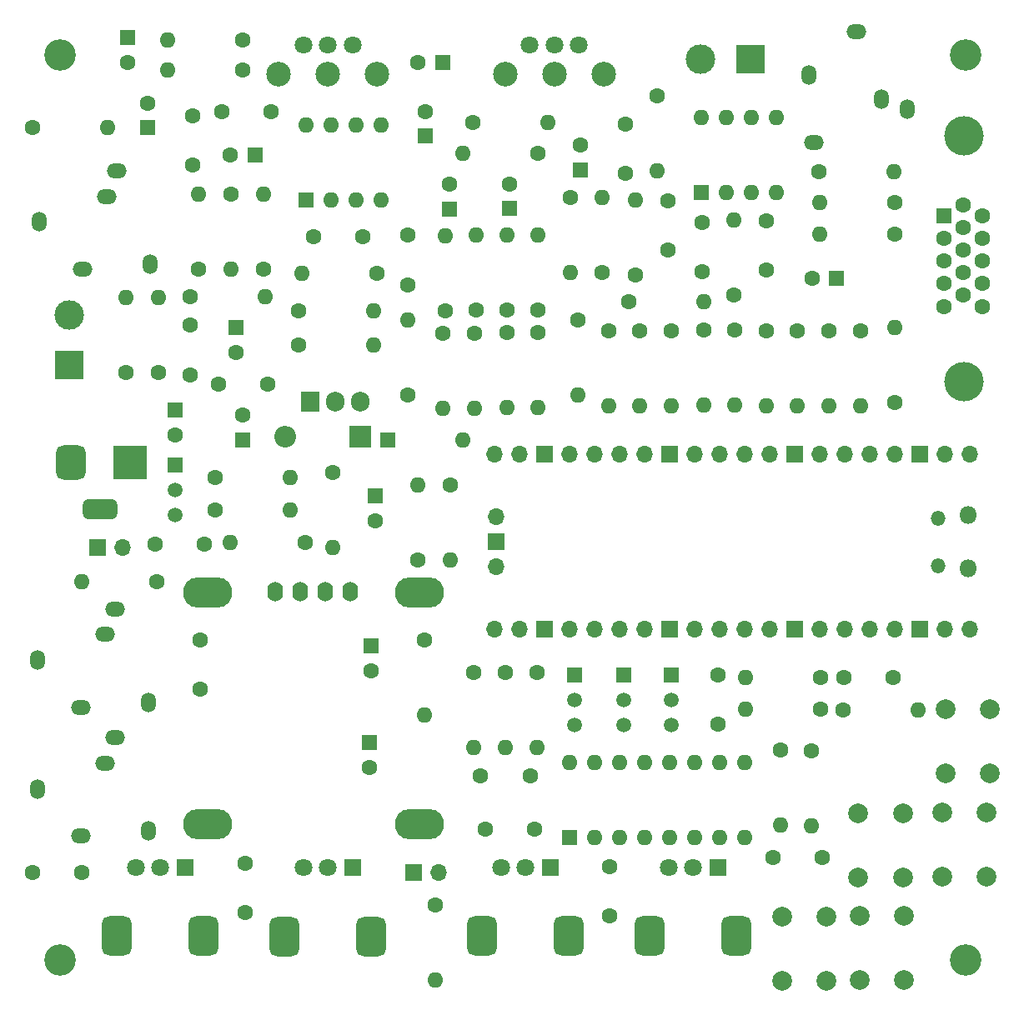
<source format=gbr>
%TF.GenerationSoftware,KiCad,Pcbnew,(6.0.11)*%
%TF.CreationDate,2024-02-24T13:07:20-06:00*%
%TF.ProjectId,GuitarPico,47756974-6172-4506-9963-6f2e6b696361,rev?*%
%TF.SameCoordinates,Original*%
%TF.FileFunction,Soldermask,Bot*%
%TF.FilePolarity,Negative*%
%FSLAX46Y46*%
G04 Gerber Fmt 4.6, Leading zero omitted, Abs format (unit mm)*
G04 Created by KiCad (PCBNEW (6.0.11)) date 2024-02-24 13:07:20*
%MOMM*%
%LPD*%
G01*
G04 APERTURE LIST*
G04 Aperture macros list*
%AMRoundRect*
0 Rectangle with rounded corners*
0 $1 Rounding radius*
0 $2 $3 $4 $5 $6 $7 $8 $9 X,Y pos of 4 corners*
0 Add a 4 corners polygon primitive as box body*
4,1,4,$2,$3,$4,$5,$6,$7,$8,$9,$2,$3,0*
0 Add four circle primitives for the rounded corners*
1,1,$1+$1,$2,$3*
1,1,$1+$1,$4,$5*
1,1,$1+$1,$6,$7*
1,1,$1+$1,$8,$9*
0 Add four rect primitives between the rounded corners*
20,1,$1+$1,$2,$3,$4,$5,0*
20,1,$1+$1,$4,$5,$6,$7,0*
20,1,$1+$1,$6,$7,$8,$9,0*
20,1,$1+$1,$8,$9,$2,$3,0*%
G04 Aperture macros list end*
%ADD10C,1.600000*%
%ADD11R,1.600000X1.600000*%
%ADD12R,1.500000X1.500000*%
%ADD13C,1.500000*%
%ADD14O,1.500000X2.000000*%
%ADD15O,2.000000X1.500000*%
%ADD16O,1.600000X1.600000*%
%ADD17R,2.200000X2.200000*%
%ADD18O,2.200000X2.200000*%
%ADD19R,1.905000X2.000000*%
%ADD20O,1.905000X2.000000*%
%ADD21R,1.700000X1.700000*%
%ADD22O,1.700000X1.700000*%
%ADD23C,3.200000*%
%ADD24R,3.500000X3.500000*%
%ADD25RoundRect,0.750000X-0.750000X-1.000000X0.750000X-1.000000X0.750000X1.000000X-0.750000X1.000000X0*%
%ADD26RoundRect,0.500000X-1.250000X-0.500000X1.250000X-0.500000X1.250000X0.500000X-1.250000X0.500000X0*%
%ADD27R,1.800000X1.800000*%
%ADD28C,1.800000*%
%ADD29RoundRect,0.750000X-0.750000X1.250000X-0.750000X-1.250000X0.750000X-1.250000X0.750000X1.250000X0*%
%ADD30R,3.000000X3.000000*%
%ADD31C,3.000000*%
%ADD32C,2.500000*%
%ADD33O,1.800000X1.800000*%
%ADD34O,1.500000X1.500000*%
%ADD35C,2.000000*%
%ADD36O,5.000000X3.100000*%
%ADD37O,1.600000X2.000000*%
%ADD38C,4.000000*%
G04 APERTURE END LIST*
D10*
%TO.C,C22*%
X132588000Y-127254000D03*
X127588000Y-127254000D03*
%TD*%
D11*
%TO.C,C15*%
X100844000Y-75689113D03*
D10*
X100844000Y-73189113D03*
%TD*%
D12*
%TO.C,Q3*%
X110140000Y-127000000D03*
D13*
X110140000Y-129540000D03*
X110140000Y-132080000D03*
%TD*%
D14*
%TO.C,J8*%
X45720000Y-138590000D03*
D15*
X53620000Y-133390000D03*
X52620000Y-135990000D03*
X50120000Y-143390000D03*
D14*
X57020000Y-142890000D03*
%TD*%
D10*
%TO.C,R46*%
X110070000Y-92020000D03*
D16*
X110070000Y-99640000D03*
%TD*%
D10*
%TO.C,R9*%
X80250000Y-86250000D03*
D16*
X72630000Y-86250000D03*
%TD*%
D17*
%TO.C,D1*%
X78492000Y-102820000D03*
D18*
X70872000Y-102820000D03*
%TD*%
D10*
%TO.C,R56*%
X103720000Y-92030000D03*
D16*
X103720000Y-99650000D03*
%TD*%
D10*
%TO.C,R19*%
X125070000Y-75870000D03*
D16*
X132690000Y-75870000D03*
%TD*%
D19*
%TO.C,U4*%
X73420000Y-99290000D03*
D20*
X75960000Y-99290000D03*
X78500000Y-99290000D03*
%TD*%
D15*
%TO.C,J3*%
X128860000Y-61640000D03*
D14*
X134060000Y-69540000D03*
X131460000Y-68540000D03*
X124060000Y-66040000D03*
D15*
X124560000Y-72940000D03*
%TD*%
D21*
%TO.C,JP2*%
X51822000Y-114110000D03*
D22*
X54362000Y-114110000D03*
%TD*%
D11*
%TO.C,C11*%
X93710000Y-79640000D03*
D10*
X93710000Y-77140000D03*
%TD*%
%TO.C,R21*%
X105760000Y-89090000D03*
D16*
X113380000Y-89090000D03*
%TD*%
D23*
%TO.C,H2*%
X48000000Y-156000000D03*
%TD*%
D11*
%TO.C,C4*%
X67824000Y-74230000D03*
D10*
X65324000Y-74230000D03*
%TD*%
%TO.C,R23*%
X127550000Y-130570000D03*
D16*
X135170000Y-130570000D03*
%TD*%
D14*
%TO.C,J9*%
X45750000Y-125500000D03*
D15*
X53650000Y-120300000D03*
X52650000Y-122900000D03*
X50150000Y-130300000D03*
D14*
X57050000Y-129800000D03*
%TD*%
D10*
%TO.C,R10*%
X72250000Y-90000000D03*
D16*
X79870000Y-90000000D03*
%TD*%
D11*
%TO.C,C10*%
X87540000Y-79690000D03*
D10*
X87540000Y-77190000D03*
%TD*%
D21*
%TO.C,JP1*%
X83935000Y-147128000D03*
D22*
X86475000Y-147128000D03*
%TD*%
D11*
%TO.C,U6*%
X99800000Y-143540000D03*
D16*
X102340000Y-143540000D03*
X104880000Y-143540000D03*
X107420000Y-143540000D03*
X109960000Y-143540000D03*
X112500000Y-143540000D03*
X115040000Y-143540000D03*
X117580000Y-143540000D03*
X117580000Y-135920000D03*
X115040000Y-135920000D03*
X112500000Y-135920000D03*
X109960000Y-135920000D03*
X107420000Y-135920000D03*
X104880000Y-135920000D03*
X102340000Y-135920000D03*
X99800000Y-135920000D03*
%TD*%
D10*
%TO.C,C24*%
X62290000Y-128460000D03*
X62290000Y-123460000D03*
%TD*%
%TO.C,R28*%
X96590000Y-89940000D03*
D16*
X96590000Y-82320000D03*
%TD*%
D10*
%TO.C,R2*%
X68700000Y-85820000D03*
D16*
X68700000Y-78200000D03*
%TD*%
D12*
%TO.C,Q2*%
X105250000Y-127000000D03*
D13*
X105250000Y-129540000D03*
X105250000Y-132080000D03*
%TD*%
D10*
%TO.C,R14*%
X103070000Y-86160000D03*
D16*
X103070000Y-78540000D03*
%TD*%
D10*
%TO.C,R47*%
X86100000Y-150390000D03*
D16*
X86100000Y-158010000D03*
%TD*%
D10*
%TO.C,C12*%
X113210000Y-81070000D03*
X113210000Y-86070000D03*
%TD*%
%TO.C,R16*%
X89980000Y-70880000D03*
D16*
X97600000Y-70880000D03*
%TD*%
D10*
%TO.C,C26*%
X125450000Y-145570000D03*
X120450000Y-145570000D03*
%TD*%
D24*
%TO.C,J5*%
X55124000Y-105472000D03*
D25*
X49124000Y-105472000D03*
D26*
X52124000Y-110172000D03*
%TD*%
D10*
%TO.C,R36*%
X84334000Y-115378000D03*
D16*
X84334000Y-107758000D03*
%TD*%
D10*
%TO.C,C1*%
X61250000Y-91500000D03*
X61250000Y-96500000D03*
%TD*%
%TO.C,C8*%
X83318000Y-82358000D03*
X83318000Y-87358000D03*
%TD*%
%TO.C,C29*%
X91240000Y-142680000D03*
X96240000Y-142680000D03*
%TD*%
D27*
%TO.C,RV6*%
X97790000Y-146558000D03*
D28*
X95290000Y-146558000D03*
X92790000Y-146558000D03*
D29*
X90890000Y-153558000D03*
X99690000Y-153558000D03*
%TD*%
D10*
%TO.C,R52*%
X116560000Y-92010000D03*
D16*
X116560000Y-99630000D03*
%TD*%
D11*
%TO.C,C7*%
X85120000Y-72275112D03*
D10*
X85120000Y-69775112D03*
%TD*%
%TO.C,R11*%
X72250000Y-93500000D03*
D16*
X79870000Y-93500000D03*
%TD*%
D10*
%TO.C,C14*%
X105440000Y-71030000D03*
X105440000Y-76030000D03*
%TD*%
D11*
%TO.C,C34*%
X80016000Y-108838887D03*
D10*
X80016000Y-111338887D03*
%TD*%
%TO.C,R22*%
X132750000Y-82210000D03*
D16*
X125130000Y-82210000D03*
%TD*%
D23*
%TO.C,H3*%
X140000000Y-64000000D03*
%TD*%
D30*
%TO.C,J1*%
X49000000Y-95540000D03*
D31*
X49000000Y-90460000D03*
%TD*%
D10*
%TO.C,C23*%
X114808000Y-127000000D03*
X114808000Y-132000000D03*
%TD*%
D11*
%TO.C,C2*%
X65910000Y-91740000D03*
D10*
X65910000Y-94240000D03*
%TD*%
%TO.C,R60*%
X45218000Y-71436000D03*
D16*
X52838000Y-71436000D03*
%TD*%
D10*
%TO.C,R25*%
X72904000Y-113600000D03*
D16*
X65284000Y-113600000D03*
%TD*%
D10*
%TO.C,C18*%
X119710000Y-80890000D03*
X119710000Y-85890000D03*
%TD*%
%TO.C,R39*%
X124340000Y-134690000D03*
D16*
X124340000Y-142310000D03*
%TD*%
D10*
%TO.C,R55*%
X132760000Y-99330000D03*
D16*
X132760000Y-91710000D03*
%TD*%
D10*
%TO.C,C13*%
X109770000Y-78830000D03*
X109770000Y-83830000D03*
%TD*%
%TO.C,C30*%
X103820000Y-146460000D03*
X103820000Y-151460000D03*
%TD*%
D32*
%TO.C,RV1*%
X70250000Y-66000000D03*
D28*
X72750000Y-63000000D03*
D32*
X75250000Y-66000000D03*
D28*
X75250000Y-63000000D03*
D32*
X80250000Y-66000000D03*
D28*
X77750000Y-63000000D03*
%TD*%
D10*
%TO.C,R12*%
X61250000Y-88610000D03*
D16*
X68870000Y-88610000D03*
%TD*%
D10*
%TO.C,R18*%
X116440000Y-88400000D03*
D16*
X116440000Y-80780000D03*
%TD*%
D10*
%TO.C,R40*%
X93250000Y-126750000D03*
D16*
X93250000Y-134370000D03*
%TD*%
D33*
%TO.C,U3*%
X140250000Y-116225000D03*
X140250000Y-110775000D03*
D34*
X137220000Y-111075000D03*
X137220000Y-115925000D03*
D22*
X140380000Y-104610000D03*
X137840000Y-104610000D03*
D21*
X135300000Y-104610000D03*
D22*
X132760000Y-104610000D03*
X130220000Y-104610000D03*
X127680000Y-104610000D03*
X125140000Y-104610000D03*
D21*
X122600000Y-104610000D03*
D22*
X120060000Y-104610000D03*
X117520000Y-104610000D03*
X114980000Y-104610000D03*
X112440000Y-104610000D03*
D21*
X109900000Y-104610000D03*
D22*
X107360000Y-104610000D03*
X104820000Y-104610000D03*
X102280000Y-104610000D03*
X99740000Y-104610000D03*
D21*
X97200000Y-104610000D03*
D22*
X94660000Y-104610000D03*
X92120000Y-104610000D03*
X92120000Y-122390000D03*
X94660000Y-122390000D03*
D21*
X97200000Y-122390000D03*
D22*
X99740000Y-122390000D03*
X102280000Y-122390000D03*
X104820000Y-122390000D03*
X107360000Y-122390000D03*
D21*
X109900000Y-122390000D03*
D22*
X112440000Y-122390000D03*
X114980000Y-122390000D03*
X117520000Y-122390000D03*
X120060000Y-122390000D03*
D21*
X122600000Y-122390000D03*
D22*
X125140000Y-122390000D03*
X127680000Y-122390000D03*
X130220000Y-122390000D03*
X132760000Y-122390000D03*
D21*
X135300000Y-122390000D03*
D22*
X137840000Y-122390000D03*
X140380000Y-122390000D03*
X92350000Y-110960000D03*
D21*
X92350000Y-113500000D03*
D22*
X92350000Y-116040000D03*
%TD*%
D11*
%TO.C,C20*%
X59696000Y-100138000D03*
D10*
X59696000Y-102638000D03*
%TD*%
%TO.C,C31*%
X57664000Y-113700000D03*
X62664000Y-113700000D03*
%TD*%
%TO.C,R8*%
X96570000Y-74010000D03*
D16*
X88950000Y-74010000D03*
%TD*%
D10*
%TO.C,R49*%
X106910000Y-92020000D03*
D16*
X106910000Y-99640000D03*
%TD*%
D10*
%TO.C,R57*%
X100580000Y-90920000D03*
D16*
X100580000Y-98540000D03*
%TD*%
D10*
%TO.C,C25*%
X95750000Y-137250000D03*
X90750000Y-137250000D03*
%TD*%
%TO.C,R41*%
X121160000Y-134660000D03*
D16*
X121160000Y-142280000D03*
%TD*%
D10*
%TO.C,R48*%
X57890000Y-117570000D03*
D16*
X50270000Y-117570000D03*
%TD*%
D10*
%TO.C,R29*%
X96590000Y-92200000D03*
D16*
X96590000Y-99820000D03*
%TD*%
D10*
%TO.C,R1*%
X62100000Y-85820000D03*
D16*
X62100000Y-78200000D03*
%TD*%
D14*
%TO.C,J2*%
X45902000Y-81000000D03*
D15*
X53802000Y-75800000D03*
X52802000Y-78400000D03*
X50302000Y-85800000D03*
D14*
X57202000Y-85300000D03*
%TD*%
D10*
%TO.C,R27*%
X63760000Y-110298000D03*
D16*
X71380000Y-110298000D03*
%TD*%
D10*
%TO.C,R35*%
X86930000Y-92300000D03*
D16*
X86930000Y-99920000D03*
%TD*%
D35*
%TO.C,SW2*%
X137620000Y-147480000D03*
X137620000Y-140980000D03*
X142120000Y-140980000D03*
X142120000Y-147480000D03*
%TD*%
D10*
%TO.C,R59*%
X63760000Y-106996000D03*
D16*
X71380000Y-106996000D03*
%TD*%
D35*
%TO.C,SW3*%
X129100000Y-141110000D03*
X129100000Y-147610000D03*
X133600000Y-147610000D03*
X133600000Y-141110000D03*
%TD*%
D10*
%TO.C,R54*%
X126070000Y-92060000D03*
D16*
X126070000Y-99680000D03*
%TD*%
D36*
%TO.C,Brd1*%
X63030000Y-142140000D03*
X84530000Y-118640000D03*
X63030000Y-118640000D03*
X84530000Y-142140000D03*
D37*
X69910000Y-118540000D03*
X72450000Y-118540000D03*
X74990000Y-118540000D03*
X77530000Y-118540000D03*
%TD*%
D10*
%TO.C,R33*%
X90130000Y-92270000D03*
D16*
X90130000Y-99890000D03*
%TD*%
D11*
%TO.C,C35*%
X56902000Y-71436000D03*
D10*
X56902000Y-68936000D03*
%TD*%
D11*
%TO.C,C5*%
X54870000Y-62292000D03*
D10*
X54870000Y-64792000D03*
%TD*%
%TO.C,R5*%
X66554000Y-62546000D03*
D16*
X58934000Y-62546000D03*
%TD*%
D27*
%TO.C,RV5*%
X77730000Y-146620000D03*
D28*
X75230000Y-146620000D03*
X72730000Y-146620000D03*
D29*
X70830000Y-153620000D03*
X79630000Y-153620000D03*
%TD*%
D10*
%TO.C,R26*%
X75698000Y-106488000D03*
D16*
X75698000Y-114108000D03*
%TD*%
D11*
%TO.C,C16*%
X86874000Y-64832000D03*
D10*
X84374000Y-64832000D03*
%TD*%
%TO.C,R4*%
X58000000Y-96328000D03*
D16*
X58000000Y-88708000D03*
%TD*%
D11*
%TO.C,U1*%
X73000000Y-78800000D03*
D16*
X75540000Y-78800000D03*
X78080000Y-78800000D03*
X80620000Y-78800000D03*
X80620000Y-71180000D03*
X78080000Y-71180000D03*
X75540000Y-71180000D03*
X73000000Y-71180000D03*
%TD*%
D10*
%TO.C,R45*%
X113410000Y-92000000D03*
D16*
X113410000Y-99620000D03*
%TD*%
D10*
%TO.C,R7*%
X66554000Y-65594000D03*
D16*
X58934000Y-65594000D03*
%TD*%
D11*
%TO.C,C19*%
X66554000Y-103115113D03*
D10*
X66554000Y-100615113D03*
%TD*%
%TO.C,R3*%
X54750000Y-96328000D03*
D16*
X54750000Y-88708000D03*
%TD*%
D10*
%TO.C,R38*%
X90000000Y-126750000D03*
D16*
X90000000Y-134370000D03*
%TD*%
D38*
%TO.C,J6*%
X139810000Y-97215000D03*
X139810000Y-72215000D03*
D11*
X137760000Y-80400000D03*
D10*
X137760000Y-82690000D03*
X137760000Y-84980000D03*
X137760000Y-87270000D03*
X137760000Y-89560000D03*
X139740000Y-79255000D03*
X139740000Y-81545000D03*
X139740000Y-83835000D03*
X139740000Y-86125000D03*
X139740000Y-88415000D03*
X141720000Y-80400000D03*
X141720000Y-82690000D03*
X141720000Y-84980000D03*
X141720000Y-87270000D03*
X141720000Y-89560000D03*
%TD*%
D35*
%TO.C,SW4*%
X129220000Y-158030000D03*
X129220000Y-151530000D03*
X133720000Y-151530000D03*
X133720000Y-158030000D03*
%TD*%
%TO.C,SW5*%
X121320000Y-151610000D03*
X121320000Y-158110000D03*
X125820000Y-151610000D03*
X125820000Y-158110000D03*
%TD*%
D10*
%TO.C,R17*%
X108680000Y-68140000D03*
D16*
X108680000Y-75760000D03*
%TD*%
D10*
%TO.C,R37*%
X87636000Y-107758000D03*
D16*
X87636000Y-115378000D03*
%TD*%
D10*
%TO.C,R20*%
X132770000Y-79040000D03*
D16*
X125150000Y-79040000D03*
%TD*%
D10*
%TO.C,R43*%
X125222000Y-130500000D03*
D16*
X117602000Y-130500000D03*
%TD*%
D11*
%TO.C,C32*%
X79600000Y-124070000D03*
D10*
X79600000Y-126570000D03*
%TD*%
%TO.C,R32*%
X90290000Y-89980000D03*
D16*
X90290000Y-82360000D03*
%TD*%
D10*
%TO.C,C6*%
X69500000Y-69750000D03*
X64500000Y-69750000D03*
%TD*%
%TO.C,R6*%
X65390000Y-78190000D03*
D16*
X65390000Y-85810000D03*
%TD*%
D10*
%TO.C,R58*%
X85020000Y-123450000D03*
D16*
X85020000Y-131070000D03*
%TD*%
D23*
%TO.C,H4*%
X48000000Y-64000000D03*
%TD*%
D12*
%TO.C,Q1*%
X100280000Y-127000000D03*
D13*
X100280000Y-129540000D03*
X100280000Y-132080000D03*
%TD*%
D10*
%TO.C,R13*%
X99870000Y-78510000D03*
D16*
X99870000Y-86130000D03*
%TD*%
D10*
%TO.C,R30*%
X93420000Y-89960000D03*
D16*
X93420000Y-82340000D03*
%TD*%
D12*
%TO.C,U5*%
X59696000Y-105726000D03*
D13*
X59696000Y-108266000D03*
X59696000Y-110806000D03*
%TD*%
D23*
%TO.C,H1*%
X140000000Y-156000000D03*
%TD*%
D10*
%TO.C,R44*%
X125222000Y-127254000D03*
D16*
X117602000Y-127254000D03*
%TD*%
D10*
%TO.C,R34*%
X87120000Y-90000000D03*
D16*
X87120000Y-82380000D03*
%TD*%
D10*
%TO.C,C21*%
X69160000Y-97470000D03*
X64160000Y-97470000D03*
%TD*%
D11*
%TO.C,U2*%
X113160000Y-78010000D03*
D16*
X115700000Y-78010000D03*
X118240000Y-78010000D03*
X120780000Y-78010000D03*
X120780000Y-70390000D03*
X118240000Y-70390000D03*
X115700000Y-70390000D03*
X113160000Y-70390000D03*
%TD*%
D11*
%TO.C,D2*%
X81286000Y-103186000D03*
D16*
X88906000Y-103186000D03*
%TD*%
D10*
%TO.C,R31*%
X93380000Y-92230000D03*
D16*
X93380000Y-99850000D03*
%TD*%
D10*
%TO.C,C28*%
X66808000Y-151140000D03*
X66808000Y-146140000D03*
%TD*%
D11*
%TO.C,C33*%
X79420000Y-133880000D03*
D10*
X79420000Y-136380000D03*
%TD*%
D11*
%TO.C,C17*%
X126885113Y-86750000D03*
D10*
X124385113Y-86750000D03*
%TD*%
D27*
%TO.C,RV4*%
X60706000Y-146558000D03*
D28*
X58206000Y-146558000D03*
X55706000Y-146558000D03*
D29*
X53806000Y-153558000D03*
X62606000Y-153558000D03*
%TD*%
D10*
%TO.C,C9*%
X73750000Y-82500000D03*
X78750000Y-82500000D03*
%TD*%
%TO.C,R53*%
X129290000Y-92060000D03*
D16*
X129290000Y-99680000D03*
%TD*%
D10*
%TO.C,C3*%
X61490000Y-75170000D03*
X61490000Y-70170000D03*
%TD*%
%TO.C,R42*%
X96500000Y-126750000D03*
D16*
X96500000Y-134370000D03*
%TD*%
D10*
%TO.C,R24*%
X83318000Y-98614000D03*
D16*
X83318000Y-90994000D03*
%TD*%
D30*
%TO.C,J4*%
X118130000Y-64450000D03*
D31*
X113050000Y-64450000D03*
%TD*%
D10*
%TO.C,R50*%
X122900000Y-92050000D03*
D16*
X122900000Y-99670000D03*
%TD*%
D10*
%TO.C,R15*%
X106420000Y-86340000D03*
D16*
X106420000Y-78720000D03*
%TD*%
D10*
%TO.C,C27*%
X45230000Y-147080000D03*
X50230000Y-147080000D03*
%TD*%
D32*
%TO.C,RV2*%
X93220000Y-65980000D03*
D28*
X95720000Y-62980000D03*
D32*
X98220000Y-65980000D03*
D28*
X98220000Y-62980000D03*
X100720000Y-62980000D03*
D32*
X103220000Y-65980000D03*
%TD*%
D10*
%TO.C,R51*%
X119740000Y-92040000D03*
D16*
X119740000Y-99660000D03*
%TD*%
D35*
%TO.C,SW1*%
X137920000Y-137020000D03*
X137920000Y-130520000D03*
X142420000Y-130520000D03*
X142420000Y-137020000D03*
%TD*%
D27*
%TO.C,RV3*%
X114808000Y-146558000D03*
D28*
X112308000Y-146558000D03*
X109808000Y-146558000D03*
D29*
X116708000Y-153558000D03*
X107908000Y-153558000D03*
%TD*%
M02*

</source>
